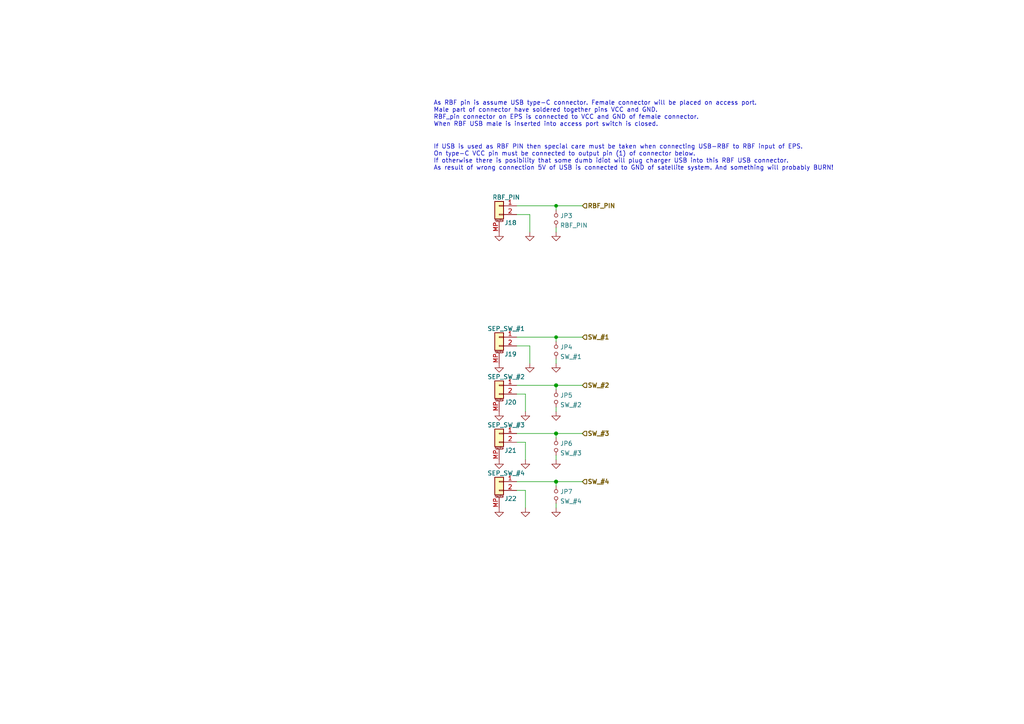
<source format=kicad_sch>
(kicad_sch (version 20210621) (generator eeschema)
  (paper "A4")
  (title_block (title "BUTCube - EPS") (date "2021-06-01") (rev "v1.0") (company "VUT - FIT(STRaDe) & FME(IAE & IPE)") (comment 1 "Author: Petr Malaník"))
  (lib_symbols
    (symbol "Connector_Generic_MountingPin:Conn_01x02_MountingPin" (pin_names (offset 1.016) hide)
      (property "Reference" "J" (at 0 2.54 0))
      (property "Value" "Conn_01x02_MountingPin" (at 1.27 -5.08 0))
      (symbol "Conn_01x02_MountingPin_1_1"
        (text "Mounting" (at 0 -4.191 0) (effects (font (size 0.381 0.381))))
        (rectangle (start -1.27 -2.413) (end 0 -2.667) (stroke (width 0.1524)))
        (rectangle (start -1.27 0.127) (end 0 -0.127) (stroke (width 0.1524)))
        (rectangle (start -1.27 1.27) (end 1.27 -3.81) (stroke (width 0.254)) (fill (type background)))
        (polyline (pts (xy -1.016 -4.572) (xy 1.016 -4.572)) (stroke (width 0.1524)))
        (pin passive line (at -5.08 0 0) (length 3.81) (name "Pin_1") (number "1"))
        (pin passive line (at -5.08 -2.54 0) (length 3.81) (name "Pin_2") (number "2"))
        (pin passive line (at 0 -7.62 90) (length 3.048) (name "MountPin") (number "MP"))
      )
    )
    (symbol "Device:Jumper_NO_Small" (pin_numbers hide) (pin_names (offset 0.762) hide)
      (property "Reference" "JP" (at 0 2.032 0))
      (property "Value" "Jumper_NO_Small" (at 0.254 -1.524 0))
      (symbol "Jumper_NO_Small_0_1"
        (circle (center -1.016 0) (radius 0.508))
        (circle (center 1.016 0) (radius 0.508))
        (pin passive line (at -2.54 0 0) (length 1.016) (name "1") (number "1"))
        (pin passive line (at 2.54 0 180) (length 1.016) (name "2") (number "2"))
      )
    )
    (symbol "power:GND" (power) (pin_names (offset 0))
      (property "Value" "GND" (at 0 -3.81 0))
      (symbol "GND_0_1"
        (polyline (pts (xy 0 0) (xy 0 -1.27) (xy 1.27 -1.27) (xy 0 -2.54) (xy -1.27 -1.27) (xy 0 -1.27)))
      )
      (symbol "GND_1_1"
        (pin power_in line (at 0 0 270) (length 0) hide (name "GND") (number "1"))
      )
    )
  )
  (junction (at 161.29 59.69) (diameter 0.9144))
  (junction (at 161.29 97.79) (diameter 0.9144))
  (junction (at 161.29 111.76) (diameter 1.016))
  (junction (at 161.29 125.73) (diameter 1.016))
  (junction (at 161.29 139.7) (diameter 1.016))
  (wire (pts (xy 149.86 59.69) (xy 161.29 59.69)))
  (wire (pts (xy 149.86 62.23) (xy 153.67 62.23)))
  (wire (pts (xy 149.86 97.79) (xy 161.29 97.79)))
  (wire (pts (xy 149.86 100.33) (xy 153.67 100.33)))
  (wire (pts (xy 149.86 111.76) (xy 161.29 111.76)))
  (wire (pts (xy 149.86 114.3) (xy 152.4 114.3)))
  (wire (pts (xy 149.86 125.73) (xy 161.29 125.73)))
  (wire (pts (xy 149.86 128.27) (xy 152.4 128.27)))
  (wire (pts (xy 149.86 139.7) (xy 161.29 139.7)))
  (wire (pts (xy 149.86 142.24) (xy 152.4 142.24)))
  (wire (pts (xy 152.4 114.3) (xy 152.4 119.38)))
  (wire (pts (xy 152.4 128.27) (xy 152.4 133.35)))
  (wire (pts (xy 152.4 142.24) (xy 152.4 147.32)))
  (wire (pts (xy 153.67 62.23) (xy 153.67 67.31)))
  (wire (pts (xy 153.67 100.33) (xy 153.67 105.41)))
  (wire (pts (xy 161.29 59.69) (xy 161.29 60.96)))
  (wire (pts (xy 161.29 59.69) (xy 168.91 59.69)))
  (wire (pts (xy 161.29 66.04) (xy 161.29 67.31)))
  (wire (pts (xy 161.29 97.79) (xy 161.29 99.06)))
  (wire (pts (xy 161.29 97.79) (xy 168.91 97.79)))
  (wire (pts (xy 161.29 104.14) (xy 161.29 105.41)))
  (wire (pts (xy 161.29 111.76) (xy 161.29 113.03)))
  (wire (pts (xy 161.29 111.76) (xy 168.91 111.76)))
  (wire (pts (xy 161.29 118.11) (xy 161.29 119.38)))
  (wire (pts (xy 161.29 125.73) (xy 161.29 127)))
  (wire (pts (xy 161.29 125.73) (xy 168.91 125.73)))
  (wire (pts (xy 161.29 132.08) (xy 161.29 133.35)))
  (wire (pts (xy 161.29 139.7) (xy 161.29 140.97)))
  (wire (pts (xy 161.29 139.7) (xy 168.91 139.7)))
  (wire (pts (xy 161.29 146.05) (xy 161.29 147.32)))
  (text "As RBF pin is assume USB type-C connector. Female connector will be placed on access port.\nMale part of connector have soldered together pins VCC and GND.\nRBF_pin connector on EPS is connected to VCC and GND of female connector.\nWhen RBF USB male is inserted into access port switch is closed." (at 125.73 36.83 0) (effects (font (size 1.27 1.27)) (justify left bottom)))
  (text "If USB is used as RBF PIN then special care must be taken when connecting USB-RBF to RBF input of EPS.\nOn type-C VCC pin must be connected to output pin (1) of connector below.\nIf otherwise there is posibility that some dumb idiot will plug charger USB into this RBF USB connector.\nAs result of wrong connection 5V of USB is connected to GND of satellite system. And something will probably BURN!\n" (at 125.73 49.53 0) (effects (font (size 1.27 1.27)) (justify left bottom)))
  (hierarchical_label "RBF_PIN" (shape input) (at 168.91 59.69 0) (effects (font (thickness 0.254))))
  (hierarchical_label "SW_#1" (shape input) (at 168.91 97.79 0) (effects (font (thickness 0.254))))
  (hierarchical_label "SW_#2" (shape input) (at 168.91 111.76 0) (effects (font (thickness 0.254))))
  (hierarchical_label "SW_#3" (shape input) (at 168.91 125.73 0) (effects (font (thickness 0.254))))
  (hierarchical_label "SW_#4" (shape input) (at 168.91 139.7 0) (effects (font (thickness 0.254))))
  (symbol (lib_id "Device:Jumper_NO_Small") (at 161.29 63.5 90) (unit 1)
    (property "Reference" "JP3" (at 162.4331 62.5915 90) (effects (justify right)))
    (property "Value" "RBF_PIN" (at 162.4331 65.3666 90) (effects (justify right)))
  )
  (symbol (lib_id "Device:Jumper_NO_Small") (at 161.29 101.6 90) (unit 1)
    (property "Reference" "JP4" (at 162.4331 100.6915 90) (effects (justify right)))
    (property "Value" "SW_#1" (at 162.4331 103.4666 90) (effects (justify right)))
  )
  (symbol (lib_id "Device:Jumper_NO_Small") (at 161.29 115.57 90) (unit 1)
    (property "Reference" "JP5" (at 162.4331 114.6615 90) (effects (justify right)))
    (property "Value" "SW_#2" (at 162.4331 117.4366 90) (effects (justify right)))
  )
  (symbol (lib_id "Device:Jumper_NO_Small") (at 161.29 129.54 90) (unit 1)
    (property "Reference" "JP6" (at 162.4331 128.6315 90) (effects (justify right)))
    (property "Value" "SW_#3" (at 162.4331 131.4066 90) (effects (justify right)))
  )
  (symbol (lib_id "Device:Jumper_NO_Small") (at 161.29 143.51 90) (unit 1)
    (property "Reference" "JP7" (at 162.4331 142.6015 90) (effects (justify right)))
    (property "Value" "SW_#4" (at 162.4331 145.3766 90) (effects (justify right)))
  )
  (symbol (lib_id "power:GND") (at 144.78 67.31 0) (unit 1)
    (property "Reference" "#PWR0201" (effects hide))
    (property "Value" "GND" (effects hide))
  )
  (symbol (lib_id "power:GND") (at 144.78 105.41 0) (unit 1)
    (property "Reference" "#PWR0202" (effects hide))
    (property "Value" "GND" (effects hide))
  )
  (symbol (lib_id "power:GND") (at 144.78 119.38 0) (unit 1)
    (property "Reference" "#PWR0203" (effects hide))
    (property "Value" "GND" (effects hide))
  )
  (symbol (lib_id "power:GND") (at 144.78 133.35 0) (unit 1)
    (property "Reference" "#PWR0204" (effects hide))
    (property "Value" "GND" (effects hide))
  )
  (symbol (lib_id "power:GND") (at 144.78 147.32 0) (unit 1)
    (property "Reference" "#PWR0205" (effects hide))
    (property "Value" "GND" (effects hide))
  )
  (symbol (lib_id "power:GND") (at 152.4 119.38 0) (unit 1)
    (property "Reference" "#PWR0206" (effects hide))
    (property "Value" "GND" (effects hide))
  )
  (symbol (lib_id "power:GND") (at 152.4 133.35 0) (unit 1)
    (property "Reference" "#PWR0207" (effects hide))
    (property "Value" "GND" (effects hide))
  )
  (symbol (lib_id "power:GND") (at 152.4 147.32 0) (unit 1)
    (property "Reference" "#PWR0208" (effects hide))
    (property "Value" "GND" (effects hide))
  )
  (symbol (lib_id "power:GND") (at 153.67 67.31 0) (unit 1)
    (property "Reference" "#PWR0209" (effects hide))
    (property "Value" "GND" (effects hide))
  )
  (symbol (lib_id "power:GND") (at 153.67 105.41 0) (unit 1)
    (property "Reference" "#PWR0210" (effects hide))
    (property "Value" "GND" (effects hide))
  )
  (symbol (lib_id "power:GND") (at 161.29 67.31 0) (unit 1)
    (property "Reference" "#PWR0211" (effects hide))
    (property "Value" "GND" (effects hide))
  )
  (symbol (lib_id "power:GND") (at 161.29 105.41 0) (unit 1)
    (property "Reference" "#PWR0212" (effects hide))
    (property "Value" "GND" (effects hide))
  )
  (symbol (lib_id "power:GND") (at 161.29 119.38 0) (unit 1)
    (property "Reference" "#PWR0213" (effects hide))
    (property "Value" "GND" (effects hide))
  )
  (symbol (lib_id "power:GND") (at 161.29 133.35 0) (unit 1)
    (property "Reference" "#PWR0214" (effects hide))
    (property "Value" "GND" (effects hide))
  )
  (symbol (lib_id "power:GND") (at 161.29 147.32 0) (unit 1)
    (property "Reference" "#PWR0215" (effects hide))
    (property "Value" "GND" (effects hide))
  )
  (symbol (lib_id "Connector_Generic_MountingPin:Conn_01x02_MountingPin") (at 144.78 59.69 0) (mirror y) (unit 1)
    (property "Reference" "J18" (at 148.082 64.6134 0))
    (property "Value" "RBF_PIN" (at 146.812 57.2285 0))
  )
  (symbol (lib_id "Connector_Generic_MountingPin:Conn_01x02_MountingPin") (at 144.78 97.79 0) (mirror y) (unit 1)
    (property "Reference" "J19" (at 148.082 102.7134 0))
    (property "Value" "SEP_SW_#1" (at 146.812 95.3285 0))
  )
  (symbol (lib_id "Connector_Generic_MountingPin:Conn_01x02_MountingPin") (at 144.78 111.76 0) (mirror y) (unit 1)
    (property "Reference" "J20" (at 148.082 116.6834 0))
    (property "Value" "SEP_SW_#2" (at 146.812 109.2985 0))
  )
  (symbol (lib_id "Connector_Generic_MountingPin:Conn_01x02_MountingPin") (at 144.78 125.73 0) (mirror y) (unit 1)
    (property "Reference" "J21" (at 148.082 130.6534 0))
    (property "Value" "SEP_SW_#3" (at 146.812 123.2685 0))
  )
  (symbol (lib_id "Connector_Generic_MountingPin:Conn_01x02_MountingPin") (at 144.78 139.7 0) (mirror y) (unit 1)
    (property "Reference" "J22" (at 148.082 144.6234 0))
    (property "Value" "SEP_SW_#4" (at 146.812 137.2385 0))
  )
)
</source>
